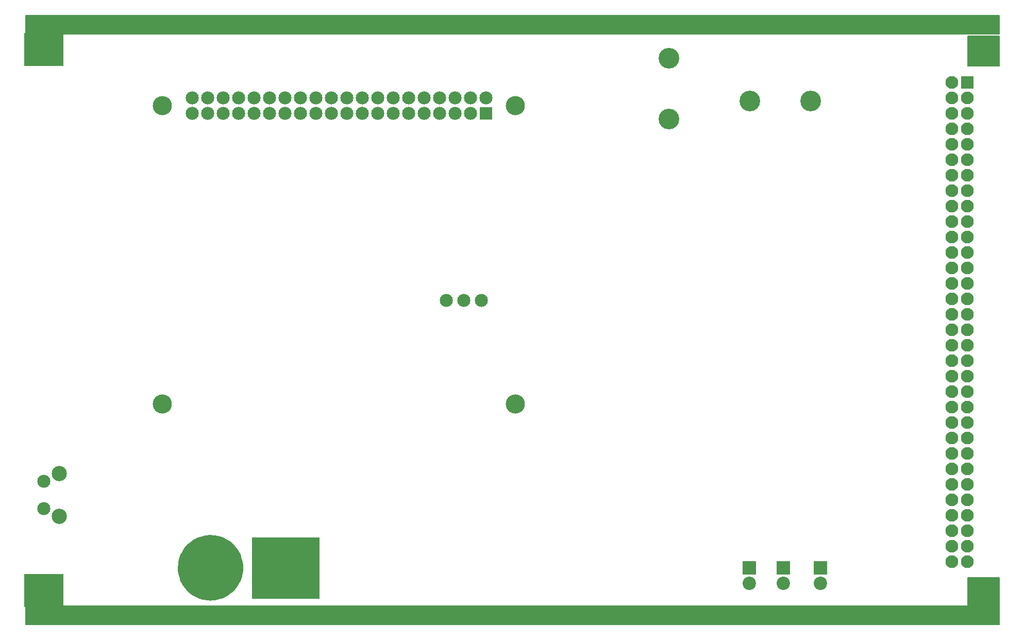
<source format=gbs>
G04 #@! TF.GenerationSoftware,KiCad,Pcbnew,(5.1.5)-3*
G04 #@! TF.CreationDate,2020-06-07T12:27:59+08:00*
G04 #@! TF.ProjectId,HEMAC_MCU,48454d41-435f-44d4-9355-2e6b69636164,rev?*
G04 #@! TF.SameCoordinates,Original*
G04 #@! TF.FileFunction,Soldermask,Bot*
G04 #@! TF.FilePolarity,Negative*
%FSLAX46Y46*%
G04 Gerber Fmt 4.6, Leading zero omitted, Abs format (unit mm)*
G04 Created by KiCad (PCBNEW (5.1.5)-3) date 2020-06-07 12:27:59*
%MOMM*%
%LPD*%
G04 APERTURE LIST*
%ADD10C,0.150000*%
%ADD11C,0.100000*%
%ADD12C,8.800000*%
%ADD13C,3.200000*%
%ADD14C,2.100000*%
%ADD15R,2.100000X2.100000*%
%ADD16R,6.400000X5.400000*%
%ADD17R,2.200000X2.200000*%
%ADD18C,2.200000*%
%ADD19C,2.150000*%
%ADD20R,2.150000X2.150000*%
%ADD21C,3.150000*%
%ADD22C,3.400000*%
%ADD23C,2.500000*%
G04 APERTURE END LIST*
D10*
G36*
X225000000Y-150000000D02*
G01*
X65000000Y-150000000D01*
X65000000Y-147000000D01*
X225000000Y-147000000D01*
X225000000Y-150000000D01*
G37*
X225000000Y-150000000D02*
X65000000Y-150000000D01*
X65000000Y-147000000D01*
X225000000Y-147000000D01*
X225000000Y-150000000D01*
G36*
X225000000Y-53000000D02*
G01*
X65000000Y-53000000D01*
X65000000Y-50000000D01*
X225000000Y-50000000D01*
X225000000Y-53000000D01*
G37*
X225000000Y-53000000D02*
X65000000Y-53000000D01*
X65000000Y-50000000D01*
X225000000Y-50000000D01*
X225000000Y-53000000D01*
D11*
G36*
X102196000Y-145716000D02*
G01*
X113196000Y-145716000D01*
X113196000Y-135716000D01*
X102196000Y-135716000D01*
X102196000Y-145716000D01*
G37*
X102196000Y-145716000D02*
X113196000Y-145716000D01*
X113196000Y-135716000D01*
X102196000Y-135716000D01*
X102196000Y-145716000D01*
D12*
X96377000Y-140716000D02*
G75*
G03X96377000Y-140716000I-1000000J0D01*
G01*
D10*
G36*
X219810000Y-58260000D02*
G01*
X224960000Y-58260000D01*
X224960000Y-53360000D01*
X219810000Y-53360000D01*
X219810000Y-58260000D01*
G37*
X219810000Y-58260000D02*
X224960000Y-58260000D01*
X224960000Y-53360000D01*
X219810000Y-53360000D01*
X219810000Y-58260000D01*
G36*
X219810000Y-147260000D02*
G01*
X224960000Y-147260000D01*
X224960000Y-142360000D01*
X219810000Y-142360000D01*
X219810000Y-147260000D01*
G37*
X219810000Y-147260000D02*
X224960000Y-147260000D01*
X224960000Y-142360000D01*
X219810000Y-142360000D01*
X219810000Y-147260000D01*
D13*
X222250000Y-144780000D03*
X222250000Y-55880000D03*
D14*
X217170000Y-139700000D03*
X219710000Y-139700000D03*
X217170000Y-137160000D03*
X219710000Y-137160000D03*
X217170000Y-134620000D03*
X219710000Y-134620000D03*
X217170000Y-132080000D03*
X219710000Y-132080000D03*
X217170000Y-129540000D03*
X219710000Y-129540000D03*
X217170000Y-127000000D03*
X219710000Y-127000000D03*
X217170000Y-124460000D03*
X219710000Y-124460000D03*
X217170000Y-121920000D03*
X219710000Y-121920000D03*
X217170000Y-119380000D03*
X219710000Y-119380000D03*
X217170000Y-116840000D03*
X219710000Y-116840000D03*
X217170000Y-114300000D03*
X219710000Y-114300000D03*
X217170000Y-111760000D03*
X219710000Y-111760000D03*
X217170000Y-109220000D03*
X219710000Y-109220000D03*
X217170000Y-106680000D03*
X219710000Y-106680000D03*
X217170000Y-104140000D03*
X219710000Y-104140000D03*
X217170000Y-101600000D03*
X219710000Y-101600000D03*
X217170000Y-99060000D03*
X219710000Y-99060000D03*
X217170000Y-96520000D03*
X219710000Y-96520000D03*
X217170000Y-93980000D03*
X219710000Y-93980000D03*
X217170000Y-91440000D03*
X219710000Y-91440000D03*
X217170000Y-88900000D03*
X219710000Y-88900000D03*
X217170000Y-86360000D03*
X219710000Y-86360000D03*
X217170000Y-83820000D03*
X219710000Y-83820000D03*
X217170000Y-81280000D03*
X219710000Y-81280000D03*
X217170000Y-78740000D03*
X219710000Y-78740000D03*
X217170000Y-76200000D03*
X219710000Y-76200000D03*
X217170000Y-73660000D03*
X219710000Y-73660000D03*
X217170000Y-71120000D03*
X219710000Y-71120000D03*
X217170000Y-68580000D03*
X219710000Y-68580000D03*
X217170000Y-66040000D03*
X219710000Y-66040000D03*
X217170000Y-63500000D03*
X219710000Y-63500000D03*
X217170000Y-60960000D03*
D15*
X219710000Y-60960000D03*
D16*
X68000000Y-55550000D03*
X68000000Y-144450000D03*
D17*
X189484000Y-140716000D03*
D18*
X189484000Y-143256000D03*
D17*
X183896000Y-140716000D03*
D18*
X183896000Y-143256000D03*
X195580000Y-143256000D03*
D17*
X195580000Y-140716000D03*
D19*
X139900000Y-96770000D03*
X137000000Y-96770000D03*
X134100000Y-96770000D03*
X107610000Y-66040000D03*
X107610000Y-63500000D03*
X105070000Y-66040000D03*
X105070000Y-63500000D03*
X112690000Y-63500000D03*
X112690000Y-66040000D03*
D20*
X140630000Y-66040000D03*
D19*
X140630000Y-63500000D03*
X138090000Y-66040000D03*
X138090000Y-63500000D03*
X135550000Y-66040000D03*
X135550000Y-63500000D03*
X133010000Y-66040000D03*
X133010000Y-63500000D03*
X130470000Y-66040000D03*
X130470000Y-63500000D03*
X127930000Y-66040000D03*
X127930000Y-63500000D03*
X125390000Y-66040000D03*
X125390000Y-63500000D03*
X122850000Y-66040000D03*
X122850000Y-63500000D03*
X120310000Y-66040000D03*
X120310000Y-63500000D03*
X117770000Y-66040000D03*
X117770000Y-63500000D03*
X115230000Y-66040000D03*
X115230000Y-63500000D03*
X110150000Y-66040000D03*
X110150000Y-63500000D03*
X102530000Y-63500000D03*
X102530000Y-66040000D03*
X99990000Y-63500000D03*
X99990000Y-66040000D03*
X97450000Y-63500000D03*
X97450000Y-66040000D03*
X94910000Y-63500000D03*
X94910000Y-66040000D03*
X92370000Y-63500000D03*
X92370000Y-66040000D03*
D21*
X87500000Y-64770000D03*
X145500000Y-64770000D03*
X87500000Y-113770000D03*
X145500000Y-113770000D03*
D22*
X170688000Y-56976000D03*
X170688000Y-66976000D03*
D23*
X70490000Y-132250000D03*
D19*
X68000000Y-131000000D03*
X68000000Y-126500000D03*
D23*
X70490000Y-125240000D03*
D22*
X183976000Y-64008000D03*
X193976000Y-64008000D03*
M02*

</source>
